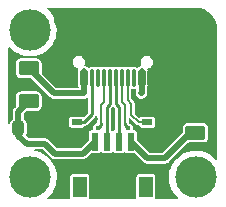
<source format=gtl>
G04 #@! TF.GenerationSoftware,KiCad,Pcbnew,(5.99.0-10960-g5f1e9bc8a7)*
G04 #@! TF.CreationDate,2021-09-24T19:17:02+02:00*
G04 #@! TF.ProjectId,Unified-Daughterboard,556e6966-6965-4642-9d44-617567687465,C3*
G04 #@! TF.SameCoordinates,Original*
G04 #@! TF.FileFunction,Copper,L1,Top*
G04 #@! TF.FilePolarity,Positive*
%FSLAX46Y46*%
G04 Gerber Fmt 4.6, Leading zero omitted, Abs format (unit mm)*
G04 Created by KiCad (PCBNEW (5.99.0-10960-g5f1e9bc8a7)) date 2021-09-24 19:17:02*
%MOMM*%
%LPD*%
G01*
G04 APERTURE LIST*
G04 Aperture macros list*
%AMRoundRect*
0 Rectangle with rounded corners*
0 $1 Rounding radius*
0 $2 $3 $4 $5 $6 $7 $8 $9 X,Y pos of 4 corners*
0 Add a 4 corners polygon primitive as box body*
4,1,4,$2,$3,$4,$5,$6,$7,$8,$9,$2,$3,0*
0 Add four circle primitives for the rounded corners*
1,1,$1+$1,$2,$3*
1,1,$1+$1,$4,$5*
1,1,$1+$1,$6,$7*
1,1,$1+$1,$8,$9*
0 Add four rect primitives between the rounded corners*
20,1,$1+$1,$2,$3,$4,$5,0*
20,1,$1+$1,$4,$5,$6,$7,0*
20,1,$1+$1,$6,$7,$8,$9,0*
20,1,$1+$1,$8,$9,$2,$3,0*%
G04 Aperture macros list end*
G04 #@! TA.AperFunction,ComponentPad*
%ADD10C,3.500001*%
G04 #@! TD*
G04 #@! TA.AperFunction,WasherPad*
%ADD11C,3.500001*%
G04 #@! TD*
G04 #@! TA.AperFunction,SMDPad,CuDef*
%ADD12RoundRect,0.150000X0.150000X0.575000X-0.150000X0.575000X-0.150000X-0.575000X0.150000X-0.575000X0*%
G04 #@! TD*
G04 #@! TA.AperFunction,SMDPad,CuDef*
%ADD13RoundRect,0.075000X0.075000X0.650000X-0.075000X0.650000X-0.075000X-0.650000X0.075000X-0.650000X0*%
G04 #@! TD*
G04 #@! TA.AperFunction,ComponentPad*
%ADD14O,1.100000X2.200000*%
G04 #@! TD*
G04 #@! TA.AperFunction,ComponentPad*
%ADD15O,1.300000X1.900000*%
G04 #@! TD*
G04 #@! TA.AperFunction,SMDPad,CuDef*
%ADD16R,1.200000X1.800000*%
G04 #@! TD*
G04 #@! TA.AperFunction,SMDPad,CuDef*
%ADD17R,0.600000X1.550000*%
G04 #@! TD*
G04 #@! TA.AperFunction,SMDPad,CuDef*
%ADD18RoundRect,0.250000X0.250000X0.350000X-0.250000X0.350000X-0.250000X-0.350000X0.250000X-0.350000X0*%
G04 #@! TD*
G04 #@! TA.AperFunction,SMDPad,CuDef*
%ADD19RoundRect,0.250000X-0.625000X0.375000X-0.625000X-0.375000X0.625000X-0.375000X0.625000X0.375000X0*%
G04 #@! TD*
G04 #@! TA.AperFunction,SMDPad,CuDef*
%ADD20RoundRect,0.125000X0.000000X-0.150000X0.000000X-0.150000X0.000000X0.150000X0.000000X0.150000X0*%
G04 #@! TD*
G04 #@! TA.AperFunction,SMDPad,CuDef*
%ADD21R,0.250000X0.550000*%
G04 #@! TD*
G04 #@! TA.AperFunction,SMDPad,CuDef*
%ADD22R,0.300000X0.550000*%
G04 #@! TD*
G04 #@! TA.AperFunction,SMDPad,CuDef*
%ADD23R,0.900000X0.500000*%
G04 #@! TD*
G04 #@! TA.AperFunction,SMDPad,CuDef*
%ADD24RoundRect,0.250000X0.625000X-0.375000X0.625000X0.375000X-0.625000X0.375000X-0.625000X-0.375000X0*%
G04 #@! TD*
G04 #@! TA.AperFunction,ViaPad*
%ADD25C,0.450000*%
G04 #@! TD*
G04 #@! TA.AperFunction,ViaPad*
%ADD26C,0.508000*%
G04 #@! TD*
G04 #@! TA.AperFunction,Conductor*
%ADD27C,0.508000*%
G04 #@! TD*
G04 #@! TA.AperFunction,Conductor*
%ADD28C,0.152400*%
G04 #@! TD*
G04 #@! TA.AperFunction,Conductor*
%ADD29C,0.254000*%
G04 #@! TD*
G04 APERTURE END LIST*
D10*
X82004500Y-58543000D03*
D11*
X68004500Y-58543000D03*
D12*
X78252500Y-62618000D03*
X77452500Y-62618000D03*
D13*
X76252500Y-62618000D03*
X75256500Y-62618000D03*
X74752500Y-62618000D03*
X73752500Y-62618000D03*
D12*
X71752500Y-62618000D03*
X72552500Y-62618000D03*
D13*
X73252500Y-62618000D03*
X74252500Y-62618000D03*
X75752500Y-62618000D03*
X76752500Y-62618000D03*
D14*
X79302500Y-61843000D03*
D15*
X70702500Y-57643000D03*
X79302500Y-57643000D03*
D14*
X70702500Y-61843000D03*
D16*
X77804500Y-71893000D03*
X72204500Y-71893000D03*
D17*
X73504500Y-68018000D03*
X74504500Y-68018000D03*
X75504500Y-68018000D03*
X76504500Y-68018000D03*
D18*
X70302500Y-66890000D03*
X67002500Y-66890000D03*
D11*
X82004500Y-71043000D03*
X68004500Y-71043000D03*
D19*
X67890500Y-61807000D03*
X67890500Y-64607000D03*
D20*
X74002500Y-66411400D03*
D21*
X74502500Y-66411400D03*
D22*
X75002500Y-66411400D03*
D21*
X75502500Y-66411400D03*
X76002500Y-66411400D03*
X76002500Y-65641400D03*
X75502500Y-65641400D03*
D22*
X75002500Y-65641400D03*
D21*
X74502500Y-65641400D03*
X74002500Y-65641400D03*
D23*
X71954500Y-66379000D03*
X71954500Y-67879000D03*
X77923500Y-66379000D03*
X77923500Y-67879000D03*
D24*
X81987500Y-67274000D03*
X81987500Y-64474000D03*
D25*
X75002500Y-66026400D03*
D26*
X75502500Y-68016000D03*
D25*
X73732500Y-66890000D03*
D26*
X74504500Y-68018000D03*
D25*
X76272500Y-66890000D03*
D26*
X77402500Y-63943000D03*
X72552500Y-63943000D03*
D27*
X70064500Y-69049000D02*
X72473500Y-69049000D01*
X67707000Y-68215500D02*
X69231000Y-68215500D01*
X79415500Y-69430000D02*
X81647700Y-67197800D01*
X81647700Y-67197800D02*
X81987500Y-67197800D01*
X76504500Y-68018000D02*
X77916500Y-69430000D01*
X77916500Y-69430000D02*
X79415500Y-69430000D01*
X73504500Y-67814000D02*
X73504500Y-68018000D01*
X67002500Y-66890000D02*
X67002500Y-67511000D01*
X67002500Y-65495000D02*
X67890500Y-64607000D01*
X73504500Y-68018000D02*
X73504500Y-68018000D01*
X67002500Y-66890000D02*
X67002500Y-65495000D01*
X69231000Y-68215500D02*
X70064500Y-69049000D01*
X72473500Y-69049000D02*
X73504500Y-68018000D01*
X67002500Y-67511000D02*
X67707000Y-68215500D01*
X67129500Y-65368000D02*
X67890500Y-64607000D01*
D28*
X77923500Y-66379000D02*
X77213500Y-66379000D01*
X77213500Y-66379000D02*
X76577500Y-65743000D01*
X76577500Y-64818000D02*
X76252500Y-64493000D01*
X76252500Y-64493000D02*
X76252500Y-62068000D01*
X76577500Y-65743000D02*
X76577500Y-64818000D01*
D29*
X75256020Y-64842348D02*
X75256020Y-62068480D01*
X74002500Y-66620000D02*
X73732500Y-66890000D01*
X74002500Y-66411400D02*
X74002500Y-66620000D01*
X75504500Y-68018000D02*
X75504500Y-68018000D01*
D28*
X74252500Y-64667190D02*
X74252500Y-62068000D01*
D29*
X75502500Y-65088828D02*
X75256020Y-64842348D01*
D28*
X75502500Y-66411400D02*
X75502500Y-65088828D01*
D29*
X75502500Y-66890000D02*
X75502500Y-65641400D01*
X75256020Y-62068480D02*
X75256500Y-62068000D01*
D28*
X74002500Y-66411400D02*
X74002500Y-64917190D01*
D29*
X75502500Y-66890000D02*
X75502500Y-68016000D01*
D28*
X74002500Y-64917190D02*
X74252500Y-64667190D01*
D29*
X75502500Y-68016000D02*
X75504500Y-68018000D01*
X75502500Y-66890000D02*
X75502500Y-65088828D01*
X75502500Y-66890000D02*
X75502500Y-66411400D01*
X73252500Y-65704000D02*
X72577500Y-66379000D01*
X73252500Y-62593000D02*
X73252500Y-65704000D01*
X72577500Y-66379000D02*
X71954500Y-66379000D01*
X74502500Y-65088828D02*
X74502500Y-65057432D01*
D28*
X76002500Y-64948583D02*
X75752500Y-64698583D01*
D29*
X74504500Y-68018000D02*
X74504500Y-66892000D01*
D28*
X75752500Y-64698583D02*
X75752500Y-62068000D01*
D29*
X74504500Y-66892000D02*
X74502500Y-66890000D01*
X74502500Y-65057432D02*
X74752500Y-64807432D01*
D28*
X74502500Y-66411400D02*
X74502500Y-65088828D01*
D29*
X76002500Y-66620000D02*
X76272500Y-66890000D01*
D28*
X76002500Y-66411400D02*
X76002500Y-64948583D01*
D29*
X74502500Y-66890000D02*
X74502500Y-66411400D01*
X74752500Y-64807432D02*
X74752500Y-62068000D01*
X76002500Y-66411400D02*
X76002500Y-66620000D01*
X74502500Y-66890000D02*
X74502500Y-65088828D01*
D27*
X77452500Y-63893000D02*
X77402500Y-63943000D01*
X72552500Y-62068000D02*
X72552500Y-63943000D01*
X70026500Y-63943000D02*
X67890500Y-61807000D01*
X72552500Y-63943000D02*
X70026500Y-63943000D01*
X77452500Y-62068000D02*
X77452500Y-63893000D01*
G04 #@! TA.AperFunction,Conductor*
G36*
X81977046Y-56698329D02*
G01*
X81982976Y-56700034D01*
X81987899Y-56700124D01*
X81987901Y-56700124D01*
X82089488Y-56701974D01*
X82093484Y-56702154D01*
X82163863Y-56707188D01*
X82169200Y-56707761D01*
X82280822Y-56723810D01*
X82363537Y-56735702D01*
X82368806Y-56736654D01*
X82382111Y-56739548D01*
X82423498Y-56748552D01*
X82428698Y-56749879D01*
X82617070Y-56805189D01*
X82622164Y-56806884D01*
X82674614Y-56826447D01*
X82679573Y-56828502D01*
X82858167Y-56910063D01*
X82862968Y-56912466D01*
X82912063Y-56939274D01*
X82916679Y-56942013D01*
X83081853Y-57048163D01*
X83086263Y-57051225D01*
X83131077Y-57084773D01*
X83135256Y-57088140D01*
X83283626Y-57216702D01*
X83287555Y-57220361D01*
X83327148Y-57259954D01*
X83330806Y-57263883D01*
X83459354Y-57412236D01*
X83462722Y-57416415D01*
X83496277Y-57461238D01*
X83499339Y-57465648D01*
X83605475Y-57630800D01*
X83608214Y-57635416D01*
X83635037Y-57684538D01*
X83637440Y-57689339D01*
X83718998Y-57867928D01*
X83721053Y-57872887D01*
X83740613Y-57925329D01*
X83742308Y-57930423D01*
X83797622Y-58118804D01*
X83798949Y-58124004D01*
X83810848Y-58178704D01*
X83811799Y-58183969D01*
X83839739Y-58378300D01*
X83840312Y-58383637D01*
X83845346Y-58454016D01*
X83845526Y-58458012D01*
X83847362Y-58558792D01*
X83847466Y-58564525D01*
X83849171Y-58570453D01*
X83852100Y-58591236D01*
X83852100Y-69524031D01*
X83834507Y-69572369D01*
X83789958Y-69598089D01*
X83739300Y-69589156D01*
X83720840Y-69574154D01*
X83589852Y-69427652D01*
X83589851Y-69427651D01*
X83588188Y-69425791D01*
X83579053Y-69417961D01*
X83362285Y-69232169D01*
X83362283Y-69232168D01*
X83360390Y-69230545D01*
X83358299Y-69229187D01*
X83110859Y-69068497D01*
X83110852Y-69068493D01*
X83108770Y-69067141D01*
X83009355Y-69019935D01*
X82839998Y-68939518D01*
X82839993Y-68939516D01*
X82837750Y-68938451D01*
X82835384Y-68937691D01*
X82835378Y-68937689D01*
X82554474Y-68847501D01*
X82554468Y-68847500D01*
X82552090Y-68846736D01*
X82549628Y-68846293D01*
X82549624Y-68846292D01*
X82259275Y-68794049D01*
X82259267Y-68794048D01*
X82256810Y-68793606D01*
X81957097Y-68779996D01*
X81732702Y-68799628D01*
X81660707Y-68805927D01*
X81660705Y-68805927D01*
X81658217Y-68806145D01*
X81365420Y-68871593D01*
X81216663Y-68926325D01*
X81086186Y-68974331D01*
X81086183Y-68974332D01*
X81083852Y-68975190D01*
X81081658Y-68976347D01*
X81081653Y-68976349D01*
X81039409Y-68998622D01*
X80818458Y-69115116D01*
X80573902Y-69288913D01*
X80393598Y-69457050D01*
X80360208Y-69488187D01*
X80354480Y-69493528D01*
X80352898Y-69495454D01*
X80352897Y-69495455D01*
X80170672Y-69717299D01*
X80164046Y-69725365D01*
X80005948Y-69980351D01*
X79882962Y-70254007D01*
X79797249Y-70541525D01*
X79750316Y-70837853D01*
X79750255Y-70840338D01*
X79750255Y-70840341D01*
X79745384Y-71039643D01*
X79742985Y-71137786D01*
X79775388Y-71436053D01*
X79846953Y-71727414D01*
X79847864Y-71729738D01*
X79847866Y-71729745D01*
X79851901Y-71740040D01*
X79956424Y-72006751D01*
X80101877Y-72269157D01*
X80280758Y-72510019D01*
X80489923Y-72725108D01*
X80491889Y-72726655D01*
X80491890Y-72726656D01*
X80529566Y-72756304D01*
X80556673Y-72800022D01*
X80549336Y-72850936D01*
X80510989Y-72885222D01*
X80483062Y-72890600D01*
X78682218Y-72890600D01*
X78633880Y-72873007D01*
X78608160Y-72828458D01*
X78608462Y-72800733D01*
X78609279Y-72796625D01*
X78609279Y-72796624D01*
X78610000Y-72793000D01*
X78610000Y-70993000D01*
X78594357Y-70914359D01*
X78549810Y-70847690D01*
X78543653Y-70843576D01*
X78489300Y-70807258D01*
X78489299Y-70807257D01*
X78483141Y-70803143D01*
X78404500Y-70787500D01*
X77204500Y-70787500D01*
X77125859Y-70803143D01*
X77119701Y-70807257D01*
X77119700Y-70807258D01*
X77065347Y-70843576D01*
X77059190Y-70847690D01*
X77014643Y-70914359D01*
X76999000Y-70993000D01*
X76999000Y-72793000D01*
X76999721Y-72796624D01*
X76999721Y-72796625D01*
X77000538Y-72800733D01*
X76992710Y-72851574D01*
X76954034Y-72885488D01*
X76926782Y-72890600D01*
X73082218Y-72890600D01*
X73033880Y-72873007D01*
X73008160Y-72828458D01*
X73008462Y-72800733D01*
X73009279Y-72796625D01*
X73009279Y-72796624D01*
X73010000Y-72793000D01*
X73010000Y-70993000D01*
X72994357Y-70914359D01*
X72949810Y-70847690D01*
X72943653Y-70843576D01*
X72889300Y-70807258D01*
X72889299Y-70807257D01*
X72883141Y-70803143D01*
X72804500Y-70787500D01*
X71604500Y-70787500D01*
X71525859Y-70803143D01*
X71519701Y-70807257D01*
X71519700Y-70807258D01*
X71465347Y-70843576D01*
X71459190Y-70847690D01*
X71414643Y-70914359D01*
X71399000Y-70993000D01*
X71399000Y-72793000D01*
X71399721Y-72796624D01*
X71399721Y-72796625D01*
X71400538Y-72800733D01*
X71392710Y-72851574D01*
X71354034Y-72885488D01*
X71326782Y-72890600D01*
X69527167Y-72890600D01*
X69478829Y-72873007D01*
X69453109Y-72828458D01*
X69462042Y-72777800D01*
X69481077Y-72755980D01*
X69505324Y-72737172D01*
X69505329Y-72737167D01*
X69507297Y-72735641D01*
X69717958Y-72522018D01*
X69898516Y-72282409D01*
X69905984Y-72269157D01*
X70044574Y-72023199D01*
X70044576Y-72023194D01*
X70045798Y-72021026D01*
X70157216Y-71742460D01*
X70230814Y-71451605D01*
X70265298Y-71153571D01*
X70268000Y-71043000D01*
X70248116Y-70743638D01*
X70188815Y-70449535D01*
X70091137Y-70165858D01*
X69956800Y-69897593D01*
X69788162Y-69649450D01*
X69654861Y-69500361D01*
X69649756Y-69494651D01*
X69641278Y-69473454D01*
X69633482Y-69471832D01*
X69616994Y-69458009D01*
X69616543Y-69457504D01*
X69606661Y-69446452D01*
X69598174Y-69425234D01*
X69591069Y-69424612D01*
X69573912Y-69413555D01*
X69362285Y-69232169D01*
X69362283Y-69232168D01*
X69360390Y-69230545D01*
X69358299Y-69229187D01*
X69110859Y-69068497D01*
X69110852Y-69068493D01*
X69108770Y-69067141D01*
X69009355Y-69019935D01*
X68839998Y-68939518D01*
X68839993Y-68939516D01*
X68837750Y-68938451D01*
X68835384Y-68937691D01*
X68835378Y-68937689D01*
X68554474Y-68847501D01*
X68554468Y-68847500D01*
X68552090Y-68846736D01*
X68549628Y-68846293D01*
X68549624Y-68846292D01*
X68399115Y-68819211D01*
X68354657Y-68793336D01*
X68337232Y-68744937D01*
X68354995Y-68696661D01*
X68399632Y-68671097D01*
X68412432Y-68670000D01*
X69011592Y-68670000D01*
X69059930Y-68687593D01*
X69064766Y-68692026D01*
X69676024Y-69303284D01*
X69687806Y-69328549D01*
X69698257Y-69330055D01*
X69715895Y-69343155D01*
X69721670Y-69348930D01*
X69727553Y-69355549D01*
X69732111Y-69361331D01*
X69737508Y-69377700D01*
X69741352Y-69378254D01*
X69749733Y-69384276D01*
X69749951Y-69383961D01*
X69799345Y-69418100D01*
X69801201Y-69419426D01*
X69849487Y-69455091D01*
X69854602Y-69456887D01*
X69854870Y-69457050D01*
X69855188Y-69457206D01*
X69857264Y-69458264D01*
X69857594Y-69458439D01*
X69857890Y-69458563D01*
X69862348Y-69461644D01*
X69919585Y-69479746D01*
X69921800Y-69480486D01*
X69978398Y-69500361D01*
X69983815Y-69500574D01*
X69984815Y-69500827D01*
X69988533Y-69501551D01*
X69992618Y-69502843D01*
X69997926Y-69503261D01*
X69999488Y-69503384D01*
X69999496Y-69503384D01*
X70000966Y-69503500D01*
X70056816Y-69503500D01*
X70059768Y-69503558D01*
X70114923Y-69505725D01*
X70120354Y-69504285D01*
X70123354Y-69503954D01*
X70131604Y-69503500D01*
X72443169Y-69503500D01*
X72452008Y-69504021D01*
X72487933Y-69508273D01*
X72493463Y-69507263D01*
X72493465Y-69507263D01*
X72517864Y-69502807D01*
X72546964Y-69497492D01*
X72549255Y-69497111D01*
X72586155Y-69491563D01*
X72603052Y-69489023D01*
X72603053Y-69489023D01*
X72608612Y-69488187D01*
X72613499Y-69485840D01*
X72613796Y-69485768D01*
X72614119Y-69485657D01*
X72616363Y-69484928D01*
X72616713Y-69484820D01*
X72617006Y-69484700D01*
X72622340Y-69483726D01*
X72675570Y-69456075D01*
X72677683Y-69455020D01*
X72726708Y-69431478D01*
X72731777Y-69429044D01*
X72735755Y-69425366D01*
X72736627Y-69424846D01*
X72739782Y-69422721D01*
X72743587Y-69420744D01*
X72746843Y-69417963D01*
X72746846Y-69417961D01*
X72748848Y-69416251D01*
X72748855Y-69416245D01*
X72749955Y-69415305D01*
X72789429Y-69375831D01*
X72791557Y-69373784D01*
X72792770Y-69372663D01*
X72832108Y-69336299D01*
X72834935Y-69331432D01*
X72836813Y-69329088D01*
X72842329Y-69322931D01*
X73145325Y-69019935D01*
X73191945Y-68998195D01*
X73203278Y-68998257D01*
X73204500Y-68998500D01*
X73804500Y-68998500D01*
X73883141Y-68982857D01*
X73894152Y-68975500D01*
X73943653Y-68942424D01*
X73949810Y-68938310D01*
X73952578Y-68934167D01*
X73997946Y-68913011D01*
X74047633Y-68926325D01*
X74055712Y-68933104D01*
X74059190Y-68938310D01*
X74065347Y-68942424D01*
X74114849Y-68975500D01*
X74125859Y-68982857D01*
X74204500Y-68998500D01*
X74804500Y-68998500D01*
X74883141Y-68982857D01*
X74894152Y-68975500D01*
X74943653Y-68942424D01*
X74949810Y-68938310D01*
X74952578Y-68934167D01*
X74997946Y-68913011D01*
X75047633Y-68926325D01*
X75055712Y-68933104D01*
X75059190Y-68938310D01*
X75065347Y-68942424D01*
X75114849Y-68975500D01*
X75125859Y-68982857D01*
X75204500Y-68998500D01*
X75804500Y-68998500D01*
X75883141Y-68982857D01*
X75894152Y-68975500D01*
X75943653Y-68942424D01*
X75949810Y-68938310D01*
X75952578Y-68934167D01*
X75997946Y-68913011D01*
X76047633Y-68926325D01*
X76055712Y-68933104D01*
X76059190Y-68938310D01*
X76065347Y-68942424D01*
X76114849Y-68975500D01*
X76125859Y-68982857D01*
X76204500Y-68998500D01*
X76804500Y-68998500D01*
X76804500Y-68998622D01*
X76852960Y-69011042D01*
X76863675Y-69019935D01*
X77573670Y-69729930D01*
X77579552Y-69736548D01*
X77601951Y-69764961D01*
X77651345Y-69799100D01*
X77653201Y-69800426D01*
X77701487Y-69836091D01*
X77706602Y-69837887D01*
X77706870Y-69838050D01*
X77707188Y-69838206D01*
X77709264Y-69839264D01*
X77709594Y-69839439D01*
X77709890Y-69839563D01*
X77714348Y-69842644D01*
X77771585Y-69860746D01*
X77773800Y-69861486D01*
X77830398Y-69881361D01*
X77835815Y-69881574D01*
X77836815Y-69881827D01*
X77840533Y-69882551D01*
X77844618Y-69883843D01*
X77849926Y-69884261D01*
X77851488Y-69884384D01*
X77851496Y-69884384D01*
X77852966Y-69884500D01*
X77908800Y-69884500D01*
X77911753Y-69884558D01*
X77966923Y-69886726D01*
X77972358Y-69885285D01*
X77975355Y-69884954D01*
X77983607Y-69884500D01*
X79385169Y-69884500D01*
X79394008Y-69885021D01*
X79429933Y-69889273D01*
X79435463Y-69888263D01*
X79435465Y-69888263D01*
X79459864Y-69883807D01*
X79488964Y-69878492D01*
X79491255Y-69878111D01*
X79528155Y-69872563D01*
X79545052Y-69870023D01*
X79545053Y-69870023D01*
X79550612Y-69869187D01*
X79555499Y-69866840D01*
X79555796Y-69866768D01*
X79556119Y-69866657D01*
X79558363Y-69865928D01*
X79558713Y-69865820D01*
X79559006Y-69865700D01*
X79564340Y-69864726D01*
X79617570Y-69837075D01*
X79619683Y-69836020D01*
X79668708Y-69812478D01*
X79673777Y-69810044D01*
X79677755Y-69806366D01*
X79678627Y-69805846D01*
X79681782Y-69803721D01*
X79685587Y-69801744D01*
X79688843Y-69798963D01*
X79688846Y-69798961D01*
X79690848Y-69797251D01*
X79690855Y-69797245D01*
X79691955Y-69796305D01*
X79731429Y-69756831D01*
X79733557Y-69754784D01*
X79745729Y-69743532D01*
X79774108Y-69717299D01*
X79776935Y-69712432D01*
X79778813Y-69710088D01*
X79784329Y-69703931D01*
X81366734Y-68121526D01*
X81413354Y-68099786D01*
X81419908Y-68099500D01*
X82645758Y-68099500D01*
X82648535Y-68099083D01*
X82648542Y-68099082D01*
X82696836Y-68091821D01*
X82746435Y-68084364D01*
X82816044Y-68050938D01*
X82863463Y-68028168D01*
X82863465Y-68028167D01*
X82868529Y-68025735D01*
X82967986Y-67933798D01*
X83036013Y-67816681D01*
X83039218Y-67802856D01*
X83062032Y-67704428D01*
X83063000Y-67700252D01*
X83063000Y-66865742D01*
X83062583Y-66862965D01*
X83062582Y-66862958D01*
X83049872Y-66778424D01*
X83047864Y-66765065D01*
X82997587Y-66660364D01*
X82991668Y-66648037D01*
X82991667Y-66648035D01*
X82989235Y-66642971D01*
X82897298Y-66543514D01*
X82780181Y-66475487D01*
X82774708Y-66474218D01*
X82774707Y-66474218D01*
X82688296Y-66454189D01*
X82663752Y-66448500D01*
X81329242Y-66448500D01*
X81326465Y-66448917D01*
X81326458Y-66448918D01*
X81278164Y-66456179D01*
X81228565Y-66463636D01*
X81187705Y-66483257D01*
X81111537Y-66519832D01*
X81111535Y-66519833D01*
X81106471Y-66522265D01*
X81007014Y-66614202D01*
X80938987Y-66731319D01*
X80937718Y-66736792D01*
X80937718Y-66736793D01*
X80919650Y-66814742D01*
X80912000Y-66847748D01*
X80912000Y-67259592D01*
X80894407Y-67307930D01*
X80889974Y-67312766D01*
X79249266Y-68953474D01*
X79202646Y-68975214D01*
X79196092Y-68975500D01*
X78135908Y-68975500D01*
X78087570Y-68957907D01*
X78082734Y-68953474D01*
X77032026Y-67902766D01*
X77010286Y-67856146D01*
X77010000Y-67849592D01*
X77010000Y-67243000D01*
X76994357Y-67164359D01*
X76949810Y-67097690D01*
X76943653Y-67093576D01*
X76889300Y-67057258D01*
X76889299Y-67057257D01*
X76883141Y-67053143D01*
X76804500Y-67037500D01*
X76767686Y-67037500D01*
X76719348Y-67019907D01*
X76693628Y-66975358D01*
X76693412Y-66950536D01*
X76702074Y-66895847D01*
X76703000Y-66890000D01*
X76699604Y-66868555D01*
X76683702Y-66768156D01*
X76681930Y-66756968D01*
X76631367Y-66657732D01*
X76623471Y-66642235D01*
X76623470Y-66642234D01*
X76620782Y-66636958D01*
X76525542Y-66541718D01*
X76507204Y-66532374D01*
X76462418Y-66509555D01*
X76405532Y-66480570D01*
X76399688Y-66479644D01*
X76399687Y-66479644D01*
X76397678Y-66479326D01*
X76396433Y-66479129D01*
X76394072Y-66477820D01*
X76394059Y-66477816D01*
X76394060Y-66477813D01*
X76351444Y-66454189D01*
X76333000Y-66404855D01*
X76333000Y-66136400D01*
X76320134Y-66071720D01*
X76327959Y-66020880D01*
X76366633Y-65986963D01*
X76418061Y-65985841D01*
X76447063Y-66003876D01*
X76981516Y-66538329D01*
X76985233Y-66542635D01*
X76987346Y-66546957D01*
X76992434Y-66551677D01*
X76992435Y-66551678D01*
X77024980Y-66581867D01*
X77027012Y-66583825D01*
X77036827Y-66593640D01*
X77039534Y-66595497D01*
X77042153Y-66597797D01*
X77048188Y-66603395D01*
X77062973Y-66617110D01*
X77074486Y-66621704D01*
X77089153Y-66629535D01*
X77099372Y-66636545D01*
X77121421Y-66641777D01*
X77124394Y-66642483D01*
X77134896Y-66645805D01*
X77153852Y-66653368D01*
X77153857Y-66653369D01*
X77158784Y-66655335D01*
X77162507Y-66655700D01*
X77171284Y-66655700D01*
X77188647Y-66657732D01*
X77192984Y-66658761D01*
X77199739Y-66660364D01*
X77206618Y-66659428D01*
X77213553Y-66659767D01*
X77213463Y-66661602D01*
X77254938Y-66670603D01*
X77282867Y-66703738D01*
X77283643Y-66707641D01*
X77328190Y-66774310D01*
X77394859Y-66818857D01*
X77473500Y-66834500D01*
X78373500Y-66834500D01*
X78452141Y-66818857D01*
X78518810Y-66774310D01*
X78563357Y-66707641D01*
X78569537Y-66676574D01*
X78578279Y-66632625D01*
X78578279Y-66632624D01*
X78579000Y-66629000D01*
X78579000Y-66129000D01*
X78563357Y-66050359D01*
X78547801Y-66027077D01*
X78522924Y-65989847D01*
X78518810Y-65983690D01*
X78494739Y-65967606D01*
X78458300Y-65943258D01*
X78458299Y-65943257D01*
X78452141Y-65939143D01*
X78417358Y-65932224D01*
X78377125Y-65924221D01*
X78377124Y-65924221D01*
X78373500Y-65923500D01*
X77473500Y-65923500D01*
X77469876Y-65924221D01*
X77469875Y-65924221D01*
X77429642Y-65932224D01*
X77394859Y-65939143D01*
X77388701Y-65943257D01*
X77388700Y-65943258D01*
X77352261Y-65967606D01*
X77328190Y-65983690D01*
X77324076Y-65989847D01*
X77323042Y-65990881D01*
X77276422Y-66012621D01*
X77226735Y-65999307D01*
X77216694Y-65990881D01*
X76876226Y-65650413D01*
X76854486Y-65603793D01*
X76854200Y-65597239D01*
X76854200Y-64869368D01*
X76854616Y-64863701D01*
X76856178Y-64859151D01*
X76854253Y-64807876D01*
X76854200Y-64805056D01*
X76854200Y-64791153D01*
X76853599Y-64787927D01*
X76853373Y-64784444D01*
X76852569Y-64763009D01*
X76852568Y-64763007D01*
X76852308Y-64756069D01*
X76847418Y-64744686D01*
X76842582Y-64728771D01*
X76841584Y-64723414D01*
X76840313Y-64716589D01*
X76826817Y-64694693D01*
X76821740Y-64684920D01*
X76813684Y-64666169D01*
X76813683Y-64666168D01*
X76811588Y-64661291D01*
X76809214Y-64658401D01*
X76803009Y-64652196D01*
X76792167Y-64638480D01*
X76789830Y-64634689D01*
X76789829Y-64634688D01*
X76786185Y-64628776D01*
X76762707Y-64610923D01*
X76755051Y-64604238D01*
X76551226Y-64400413D01*
X76529486Y-64353793D01*
X76529200Y-64347239D01*
X76529200Y-63610633D01*
X76546793Y-63562295D01*
X76591342Y-63536575D01*
X76619070Y-63536878D01*
X76648736Y-63542779D01*
X76648741Y-63542779D01*
X76652363Y-63543500D01*
X76852637Y-63543500D01*
X76885928Y-63536878D01*
X76908129Y-63532462D01*
X76958970Y-63540287D01*
X76992887Y-63578962D01*
X76998000Y-63606217D01*
X76998000Y-63708693D01*
X76990895Y-63739345D01*
X76989856Y-63740848D01*
X76988161Y-63746206D01*
X76988161Y-63746207D01*
X76971758Y-63798073D01*
X76971014Y-63800300D01*
X76951139Y-63856898D01*
X76950926Y-63862314D01*
X76950849Y-63862618D01*
X76950792Y-63862980D01*
X76950388Y-63865289D01*
X76950323Y-63865630D01*
X76950292Y-63865949D01*
X76948657Y-63871118D01*
X76948613Y-63876738D01*
X76948186Y-63931128D01*
X76948130Y-63933491D01*
X76945775Y-63993423D01*
X76947164Y-63998662D01*
X76947180Y-63998973D01*
X76947230Y-63999326D01*
X76947526Y-64001672D01*
X76947564Y-64002020D01*
X76947626Y-64002327D01*
X76947584Y-64007744D01*
X76964785Y-64065262D01*
X76965416Y-64067500D01*
X76979351Y-64120057D01*
X76979353Y-64120061D01*
X76980792Y-64125489D01*
X76983658Y-64130084D01*
X76983765Y-64130378D01*
X76983925Y-64130718D01*
X76984894Y-64132866D01*
X76985028Y-64133175D01*
X76985179Y-64133452D01*
X76986732Y-64138646D01*
X77017728Y-64185035D01*
X77020068Y-64188537D01*
X77021349Y-64190522D01*
X77049606Y-64235830D01*
X77053093Y-64241422D01*
X77057189Y-64244977D01*
X77057373Y-64245219D01*
X77057593Y-64245461D01*
X77059146Y-64247223D01*
X77059401Y-64247522D01*
X77059633Y-64247749D01*
X77062640Y-64252249D01*
X77066996Y-64255795D01*
X77109159Y-64290122D01*
X77110949Y-64291626D01*
X77156288Y-64330969D01*
X77161244Y-64333160D01*
X77161496Y-64333342D01*
X77161813Y-64333529D01*
X77163841Y-64334772D01*
X77164122Y-64334951D01*
X77164393Y-64335090D01*
X77168595Y-64338511D01*
X77173799Y-64340619D01*
X77173801Y-64340620D01*
X77224220Y-64361041D01*
X77226396Y-64361963D01*
X77276108Y-64383941D01*
X77276110Y-64383941D01*
X77281250Y-64386214D01*
X77286633Y-64386851D01*
X77286926Y-64386950D01*
X77287271Y-64387033D01*
X77289575Y-64387625D01*
X77289901Y-64387714D01*
X77290208Y-64387769D01*
X77295232Y-64389804D01*
X77339187Y-64393611D01*
X77355016Y-64394982D01*
X77357364Y-64395223D01*
X77416933Y-64402273D01*
X77422266Y-64401299D01*
X77422577Y-64401308D01*
X77422923Y-64401286D01*
X77425307Y-64401174D01*
X77425637Y-64401164D01*
X77425951Y-64401125D01*
X77431352Y-64401593D01*
X77450364Y-64397500D01*
X77490041Y-64388958D01*
X77492358Y-64388498D01*
X77545807Y-64378737D01*
X77545810Y-64378736D01*
X77551340Y-64377726D01*
X77556148Y-64375228D01*
X77556455Y-64375143D01*
X77556812Y-64375008D01*
X77559018Y-64374214D01*
X77559341Y-64374103D01*
X77559621Y-64373978D01*
X77564922Y-64372837D01*
X77569824Y-64370091D01*
X77569831Y-64370089D01*
X77617277Y-64343517D01*
X77619335Y-64342406D01*
X77672587Y-64314744D01*
X77678955Y-64309305D01*
X77678958Y-64309308D01*
X77680124Y-64308320D01*
X77684131Y-64306076D01*
X77697902Y-64291641D01*
X77723868Y-64264421D01*
X77725106Y-64263154D01*
X77752430Y-64235830D01*
X77759048Y-64229948D01*
X77783044Y-64211031D01*
X77787461Y-64207549D01*
X77821600Y-64158155D01*
X77822935Y-64156287D01*
X77832514Y-64143319D01*
X77858591Y-64108013D01*
X77860387Y-64102898D01*
X77860550Y-64102630D01*
X77860706Y-64102312D01*
X77861764Y-64100236D01*
X77861939Y-64099906D01*
X77862063Y-64099610D01*
X77865144Y-64095152D01*
X77883246Y-64037915D01*
X77883990Y-64035687D01*
X77901998Y-63984407D01*
X77903861Y-63979102D01*
X77904074Y-63973685D01*
X77904327Y-63972685D01*
X77905051Y-63968967D01*
X77906343Y-63964882D01*
X77907000Y-63956534D01*
X77907000Y-63900684D01*
X77907058Y-63897732D01*
X77907883Y-63876738D01*
X77909225Y-63842577D01*
X77907785Y-63837146D01*
X77907454Y-63834146D01*
X77907000Y-63825896D01*
X77907000Y-63387389D01*
X77913421Y-63356983D01*
X77935008Y-63308153D01*
X77946831Y-63281409D01*
X77953000Y-63232578D01*
X77953000Y-62012961D01*
X77944189Y-61960024D01*
X77939854Y-61933979D01*
X77939853Y-61933977D01*
X77938833Y-61927847D01*
X77935882Y-61922378D01*
X77933868Y-61916495D01*
X77935082Y-61916080D01*
X77928579Y-61871800D01*
X77955568Y-61828010D01*
X77987677Y-61813325D01*
X77991906Y-61813103D01*
X77996762Y-61811469D01*
X77996766Y-61811468D01*
X78123521Y-61768810D01*
X78123522Y-61768810D01*
X78128379Y-61767175D01*
X78132616Y-61764295D01*
X78132619Y-61764294D01*
X78243233Y-61689120D01*
X78247474Y-61686238D01*
X78264283Y-61666348D01*
X78337104Y-61580176D01*
X78337106Y-61580173D01*
X78340416Y-61576256D01*
X78400358Y-61445331D01*
X78422884Y-61303110D01*
X78423000Y-61292000D01*
X78403458Y-61149338D01*
X78346271Y-61017187D01*
X78255652Y-60905282D01*
X78138279Y-60821869D01*
X78133453Y-60820132D01*
X78133452Y-60820131D01*
X78007619Y-60774829D01*
X78002797Y-60773093D01*
X77859190Y-60762547D01*
X77854162Y-60763561D01*
X77854159Y-60763561D01*
X77723064Y-60789994D01*
X77723063Y-60789994D01*
X77718036Y-60791008D01*
X77589736Y-60856380D01*
X77585961Y-60859851D01*
X77585960Y-60859852D01*
X77487518Y-60950375D01*
X77487516Y-60950378D01*
X77483743Y-60953847D01*
X77481041Y-60958205D01*
X77420861Y-61055265D01*
X77407864Y-61076226D01*
X77406434Y-61081147D01*
X77406433Y-61081150D01*
X77369121Y-61209580D01*
X77367691Y-61214503D01*
X77366183Y-61358489D01*
X77403452Y-61497577D01*
X77406060Y-61501987D01*
X77406062Y-61501991D01*
X77408954Y-61506881D01*
X77418419Y-61557442D01*
X77393168Y-61602258D01*
X77360633Y-61618552D01*
X77357875Y-61619169D01*
X77352263Y-61619566D01*
X77224837Y-61668864D01*
X77220423Y-61672344D01*
X77159304Y-61720526D01*
X77148457Y-61727651D01*
X77085685Y-61761521D01*
X77034791Y-61768991D01*
X77008197Y-61757866D01*
X76941002Y-61712967D01*
X76941001Y-61712966D01*
X76934843Y-61708852D01*
X76852637Y-61692500D01*
X76652363Y-61692500D01*
X76570157Y-61708852D01*
X76548075Y-61723607D01*
X76544280Y-61726143D01*
X76494314Y-61738370D01*
X76460720Y-61726143D01*
X76456925Y-61723607D01*
X76434843Y-61708852D01*
X76352637Y-61692500D01*
X76152363Y-61692500D01*
X76070157Y-61708852D01*
X76048075Y-61723607D01*
X76044280Y-61726143D01*
X75994314Y-61738370D01*
X75960720Y-61726143D01*
X75956925Y-61723607D01*
X75934843Y-61708852D01*
X75852637Y-61692500D01*
X75652363Y-61692500D01*
X75570157Y-61708852D01*
X75552686Y-61720526D01*
X75546279Y-61724807D01*
X75496314Y-61737034D01*
X75462721Y-61724807D01*
X75456314Y-61720526D01*
X75438843Y-61708852D01*
X75356637Y-61692500D01*
X75156363Y-61692500D01*
X75074157Y-61708852D01*
X75046278Y-61727481D01*
X74996314Y-61739707D01*
X74962723Y-61727481D01*
X74934843Y-61708852D01*
X74852637Y-61692500D01*
X74652363Y-61692500D01*
X74570157Y-61708852D01*
X74548075Y-61723607D01*
X74544280Y-61726143D01*
X74494314Y-61738370D01*
X74460720Y-61726143D01*
X74456925Y-61723607D01*
X74434843Y-61708852D01*
X74352637Y-61692500D01*
X74152363Y-61692500D01*
X74070157Y-61708852D01*
X74048075Y-61723607D01*
X74044280Y-61726143D01*
X73994314Y-61738370D01*
X73960720Y-61726143D01*
X73956925Y-61723607D01*
X73934843Y-61708852D01*
X73852637Y-61692500D01*
X73652363Y-61692500D01*
X73570157Y-61708852D01*
X73548075Y-61723607D01*
X73544280Y-61726143D01*
X73494314Y-61738370D01*
X73460720Y-61726143D01*
X73456925Y-61723607D01*
X73434843Y-61708852D01*
X73352637Y-61692500D01*
X73152363Y-61692500D01*
X73070157Y-61708852D01*
X73063999Y-61712966D01*
X73063998Y-61712967D01*
X72996092Y-61758341D01*
X72946126Y-61770568D01*
X72907722Y-61753067D01*
X72907437Y-61753502D01*
X72904630Y-61751658D01*
X72903269Y-61751038D01*
X72902245Y-61750091D01*
X72902242Y-61750089D01*
X72897678Y-61745870D01*
X72880713Y-61738370D01*
X72871068Y-61734106D01*
X72846251Y-61716372D01*
X72843615Y-61713520D01*
X72843614Y-61713519D01*
X72839799Y-61709392D01*
X72721653Y-61640768D01*
X72716182Y-61639500D01*
X72716180Y-61639499D01*
X72638926Y-61621592D01*
X72595810Y-61593537D01*
X72580814Y-61544332D01*
X72587532Y-61517030D01*
X72618224Y-61449992D01*
X72620358Y-61445331D01*
X72642884Y-61303110D01*
X72643000Y-61292000D01*
X72623458Y-61149338D01*
X72566271Y-61017187D01*
X72475652Y-60905282D01*
X72358279Y-60821869D01*
X72353453Y-60820132D01*
X72353452Y-60820131D01*
X72227619Y-60774829D01*
X72222797Y-60773093D01*
X72079190Y-60762547D01*
X72074162Y-60763561D01*
X72074159Y-60763561D01*
X71943064Y-60789994D01*
X71943063Y-60789994D01*
X71938036Y-60791008D01*
X71809736Y-60856380D01*
X71805961Y-60859851D01*
X71805960Y-60859852D01*
X71707518Y-60950375D01*
X71707516Y-60950378D01*
X71703743Y-60953847D01*
X71701041Y-60958205D01*
X71640861Y-61055265D01*
X71627864Y-61076226D01*
X71626434Y-61081147D01*
X71626433Y-61081150D01*
X71589121Y-61209580D01*
X71587691Y-61214503D01*
X71586183Y-61358489D01*
X71623452Y-61497577D01*
X71696751Y-61621519D01*
X71700451Y-61625067D01*
X71786314Y-61707407D01*
X71800680Y-61721184D01*
X71927583Y-61789228D01*
X71932583Y-61790346D01*
X71932584Y-61790346D01*
X72023531Y-61810675D01*
X72066867Y-61838389D01*
X72082250Y-61887475D01*
X72075906Y-61914470D01*
X72058169Y-61954591D01*
X72052000Y-62003422D01*
X72052000Y-63223039D01*
X72053588Y-63232578D01*
X72061716Y-63281409D01*
X72066167Y-63308153D01*
X72069118Y-63313622D01*
X72088981Y-63350435D01*
X72098000Y-63386144D01*
X72098000Y-63413300D01*
X72080407Y-63461638D01*
X72035858Y-63487358D01*
X72022800Y-63488500D01*
X70245908Y-63488500D01*
X70197570Y-63470907D01*
X70192734Y-63466474D01*
X68988026Y-62261766D01*
X68966286Y-62215146D01*
X68966000Y-62208592D01*
X68966000Y-61398742D01*
X68965583Y-61395965D01*
X68965582Y-61395958D01*
X68958321Y-61347664D01*
X68950864Y-61298065D01*
X68892235Y-61175971D01*
X68800298Y-61076514D01*
X68683181Y-61008487D01*
X68677708Y-61007218D01*
X68677707Y-61007218D01*
X68570928Y-60982468D01*
X68566752Y-60981500D01*
X67232242Y-60981500D01*
X67229465Y-60981917D01*
X67229458Y-60981918D01*
X67181164Y-60989179D01*
X67131565Y-60996636D01*
X67101005Y-61011311D01*
X67014537Y-61052832D01*
X67014535Y-61052833D01*
X67009471Y-61055265D01*
X66910014Y-61147202D01*
X66841987Y-61264319D01*
X66815000Y-61380748D01*
X66815000Y-62215258D01*
X66815417Y-62218035D01*
X66815418Y-62218042D01*
X66817705Y-62233252D01*
X66830136Y-62315935D01*
X66888765Y-62438029D01*
X66980702Y-62537486D01*
X67097819Y-62605513D01*
X67103292Y-62606782D01*
X67103293Y-62606782D01*
X67188183Y-62626458D01*
X67214248Y-62632500D01*
X68042092Y-62632500D01*
X68090430Y-62650093D01*
X68095266Y-62654526D01*
X69683670Y-64242930D01*
X69689552Y-64249548D01*
X69711951Y-64277961D01*
X69716578Y-64281159D01*
X69716579Y-64281160D01*
X69729546Y-64290122D01*
X69761148Y-64311963D01*
X69761285Y-64312058D01*
X69763195Y-64313422D01*
X69776672Y-64323377D01*
X69802070Y-64342136D01*
X69811486Y-64349091D01*
X69816598Y-64350886D01*
X69816855Y-64351042D01*
X69817166Y-64351194D01*
X69819281Y-64352271D01*
X69819610Y-64352445D01*
X69819890Y-64352562D01*
X69824348Y-64355644D01*
X69829709Y-64357339D01*
X69829710Y-64357340D01*
X69881549Y-64373734D01*
X69883791Y-64374482D01*
X69935098Y-64392500D01*
X69935099Y-64392500D01*
X69940398Y-64394361D01*
X69945811Y-64394574D01*
X69946812Y-64394826D01*
X69950531Y-64395551D01*
X69954618Y-64396843D01*
X69959926Y-64397261D01*
X69961488Y-64397384D01*
X69961496Y-64397384D01*
X69962966Y-64397500D01*
X70018816Y-64397500D01*
X70021768Y-64397558D01*
X70076923Y-64399725D01*
X70082354Y-64398285D01*
X70085354Y-64397954D01*
X70093604Y-64397500D01*
X72492383Y-64397500D01*
X72509363Y-64399442D01*
X72510585Y-64399725D01*
X72516448Y-64401084D01*
X72543019Y-64399203D01*
X72554813Y-64399295D01*
X72581352Y-64401593D01*
X72586846Y-64400410D01*
X72586849Y-64400410D01*
X72611482Y-64395107D01*
X72621996Y-64393611D01*
X72640749Y-64392283D01*
X72652737Y-64391434D01*
X72661921Y-64387881D01*
X72677872Y-64383651D01*
X72687612Y-64382187D01*
X72692688Y-64379750D01*
X72709416Y-64374022D01*
X72714922Y-64372837D01*
X72741816Y-64357775D01*
X72751420Y-64353257D01*
X72774918Y-64344166D01*
X72774923Y-64344163D01*
X72780163Y-64342136D01*
X72787893Y-64336042D01*
X72801899Y-64327307D01*
X72805712Y-64325476D01*
X72810777Y-64323044D01*
X72810937Y-64323377D01*
X72857402Y-64311621D01*
X72903714Y-64334011D01*
X72924798Y-64380931D01*
X72925000Y-64386436D01*
X72925000Y-65537197D01*
X72907407Y-65585535D01*
X72902974Y-65590371D01*
X72567813Y-65925532D01*
X72521193Y-65947272D01*
X72487560Y-65942095D01*
X72483141Y-65939143D01*
X72420412Y-65926665D01*
X72408125Y-65924221D01*
X72408124Y-65924221D01*
X72404500Y-65923500D01*
X71504500Y-65923500D01*
X71500876Y-65924221D01*
X71500875Y-65924221D01*
X71460642Y-65932224D01*
X71425859Y-65939143D01*
X71419701Y-65943257D01*
X71419700Y-65943258D01*
X71383261Y-65967606D01*
X71359190Y-65983690D01*
X71355076Y-65989847D01*
X71330200Y-66027077D01*
X71314643Y-66050359D01*
X71299000Y-66129000D01*
X71299000Y-66629000D01*
X71299721Y-66632624D01*
X71299721Y-66632625D01*
X71308463Y-66676574D01*
X71314643Y-66707641D01*
X71359190Y-66774310D01*
X71425859Y-66818857D01*
X71504500Y-66834500D01*
X72404500Y-66834500D01*
X72483141Y-66818857D01*
X72549810Y-66774310D01*
X72573879Y-66738289D01*
X72616940Y-66707432D01*
X72645271Y-66699841D01*
X72651676Y-66698421D01*
X72684741Y-66692591D01*
X72684742Y-66692591D01*
X72691222Y-66691448D01*
X72696920Y-66688158D01*
X72702148Y-66686255D01*
X72706624Y-66684401D01*
X72711664Y-66682051D01*
X72718021Y-66680348D01*
X72731939Y-66670603D01*
X72750913Y-66657317D01*
X72756445Y-66653792D01*
X72785532Y-66636998D01*
X72791227Y-66633710D01*
X72795453Y-66628674D01*
X72795455Y-66628672D01*
X72816664Y-66603395D01*
X72821097Y-66598558D01*
X73472058Y-65947597D01*
X73476895Y-65943164D01*
X73502172Y-65921955D01*
X73502174Y-65921953D01*
X73507210Y-65917727D01*
X73527292Y-65882945D01*
X73530809Y-65877425D01*
X73535200Y-65871154D01*
X73577334Y-65841649D01*
X73628579Y-65846131D01*
X73664953Y-65882503D01*
X73670852Y-65909106D01*
X73671638Y-65909029D01*
X73672000Y-65912704D01*
X73672000Y-65916400D01*
X73672721Y-65920024D01*
X73672721Y-65920025D01*
X73678206Y-65947597D01*
X73687643Y-65995041D01*
X73691756Y-66001197D01*
X73691758Y-66001201D01*
X73709048Y-66027077D01*
X73721275Y-66077042D01*
X73715154Y-66095741D01*
X73716278Y-66096150D01*
X73684116Y-66184514D01*
X73677020Y-66204009D01*
X73677000Y-66204238D01*
X73677000Y-66365119D01*
X73675858Y-66378177D01*
X73675569Y-66379813D01*
X73675568Y-66379819D01*
X73675000Y-66383043D01*
X73675000Y-66404380D01*
X73657407Y-66452718D01*
X73611565Y-66478654D01*
X73605314Y-66479644D01*
X73605313Y-66479644D01*
X73599468Y-66480570D01*
X73542582Y-66509555D01*
X73497797Y-66532374D01*
X73479458Y-66541718D01*
X73384218Y-66636958D01*
X73381530Y-66642234D01*
X73381529Y-66642235D01*
X73373633Y-66657732D01*
X73323070Y-66756968D01*
X73321298Y-66768156D01*
X73305397Y-66868555D01*
X73302000Y-66890000D01*
X73302926Y-66895847D01*
X73311588Y-66950536D01*
X73301773Y-67001031D01*
X73261797Y-67033403D01*
X73237314Y-67037500D01*
X73204500Y-67037500D01*
X73125859Y-67053143D01*
X73119701Y-67057257D01*
X73119700Y-67057258D01*
X73065347Y-67093576D01*
X73059190Y-67097690D01*
X73014643Y-67164359D01*
X72999000Y-67243000D01*
X72999000Y-67849592D01*
X72981407Y-67897930D01*
X72976974Y-67902766D01*
X72307266Y-68572474D01*
X72260646Y-68594214D01*
X72254092Y-68594500D01*
X70283908Y-68594500D01*
X70235570Y-68576907D01*
X70230734Y-68572474D01*
X69573830Y-67915570D01*
X69567948Y-67908952D01*
X69549031Y-67884956D01*
X69545549Y-67880539D01*
X69496155Y-67846400D01*
X69494287Y-67845065D01*
X69455859Y-67816681D01*
X69446013Y-67809409D01*
X69440898Y-67807613D01*
X69440630Y-67807450D01*
X69440312Y-67807294D01*
X69438236Y-67806236D01*
X69437906Y-67806061D01*
X69437610Y-67805937D01*
X69433152Y-67802856D01*
X69375915Y-67784754D01*
X69373700Y-67784014D01*
X69317102Y-67764139D01*
X69311685Y-67763926D01*
X69310685Y-67763673D01*
X69306967Y-67762949D01*
X69302882Y-67761657D01*
X69297574Y-67761239D01*
X69296012Y-67761116D01*
X69296004Y-67761116D01*
X69294534Y-67761000D01*
X69238684Y-67761000D01*
X69235732Y-67760942D01*
X69234639Y-67760899D01*
X69180577Y-67758775D01*
X69175146Y-67760215D01*
X69172146Y-67760546D01*
X69163896Y-67761000D01*
X67926408Y-67761000D01*
X67878070Y-67743407D01*
X67873234Y-67738974D01*
X67667664Y-67533404D01*
X67645924Y-67486784D01*
X67655812Y-67442459D01*
X67673189Y-67412543D01*
X67673189Y-67412542D01*
X67676013Y-67407681D01*
X67682660Y-67379007D01*
X67702032Y-67295428D01*
X67703000Y-67291252D01*
X67703000Y-66506742D01*
X67702583Y-66503965D01*
X67702582Y-66503958D01*
X67694244Y-66448500D01*
X67687864Y-66406065D01*
X67629235Y-66283971D01*
X67537298Y-66184514D01*
X67494428Y-66159613D01*
X67461468Y-66120122D01*
X67457000Y-66094588D01*
X67457000Y-65714408D01*
X67474593Y-65666070D01*
X67479026Y-65661234D01*
X67685734Y-65454526D01*
X67732354Y-65432786D01*
X67738908Y-65432500D01*
X68548758Y-65432500D01*
X68551535Y-65432083D01*
X68551542Y-65432082D01*
X68599836Y-65424821D01*
X68649435Y-65417364D01*
X68755567Y-65366400D01*
X68766463Y-65361168D01*
X68766465Y-65361167D01*
X68771529Y-65358735D01*
X68870986Y-65266798D01*
X68939013Y-65149681D01*
X68954326Y-65083619D01*
X68965032Y-65037428D01*
X68966000Y-65033252D01*
X68966000Y-64198742D01*
X68965583Y-64195965D01*
X68965582Y-64195958D01*
X68956251Y-64133897D01*
X68950864Y-64098065D01*
X68907492Y-64007744D01*
X68894668Y-63981037D01*
X68894667Y-63981035D01*
X68892235Y-63975971D01*
X68800298Y-63876514D01*
X68683181Y-63808487D01*
X68677708Y-63807218D01*
X68677707Y-63807218D01*
X68570928Y-63782468D01*
X68566752Y-63781500D01*
X67232242Y-63781500D01*
X67229465Y-63781917D01*
X67229458Y-63781918D01*
X67181164Y-63789179D01*
X67131565Y-63796636D01*
X67061956Y-63830062D01*
X67014537Y-63852832D01*
X67014535Y-63852833D01*
X67009471Y-63855265D01*
X66910014Y-63947202D01*
X66841987Y-64064319D01*
X66840718Y-64069792D01*
X66840718Y-64069793D01*
X66826027Y-64133175D01*
X66815000Y-64180748D01*
X66815000Y-65008592D01*
X66797407Y-65056930D01*
X66792974Y-65061766D01*
X66702570Y-65152170D01*
X66695952Y-65158052D01*
X66667539Y-65180451D01*
X66633400Y-65229845D01*
X66632074Y-65231701D01*
X66596409Y-65279987D01*
X66594613Y-65285102D01*
X66594450Y-65285370D01*
X66594294Y-65285688D01*
X66593236Y-65287764D01*
X66593061Y-65288094D01*
X66592937Y-65288390D01*
X66589856Y-65292848D01*
X66588161Y-65298208D01*
X66571758Y-65350073D01*
X66571014Y-65352300D01*
X66551139Y-65408898D01*
X66550926Y-65414315D01*
X66550673Y-65415315D01*
X66549949Y-65419033D01*
X66548657Y-65423118D01*
X66548000Y-65431466D01*
X66548000Y-65487316D01*
X66547942Y-65490268D01*
X66545775Y-65545423D01*
X66547215Y-65550854D01*
X66547546Y-65553854D01*
X66548000Y-65562104D01*
X66548000Y-66091211D01*
X66530407Y-66139549D01*
X66505355Y-66158999D01*
X66496471Y-66163265D01*
X66397014Y-66255202D01*
X66328987Y-66372319D01*
X66327718Y-66377792D01*
X66327718Y-66377793D01*
X66321165Y-66406065D01*
X66306669Y-66468607D01*
X66305358Y-66474261D01*
X66277304Y-66517378D01*
X66228099Y-66532374D01*
X66180766Y-66512234D01*
X66157453Y-66466380D01*
X66156900Y-66457281D01*
X66156900Y-60067849D01*
X66174493Y-60019511D01*
X66219042Y-59993791D01*
X66269700Y-60002724D01*
X66286012Y-60015422D01*
X66292427Y-60022018D01*
X66489923Y-60225108D01*
X66725697Y-60410644D01*
X66727837Y-60411909D01*
X66727839Y-60411911D01*
X66981793Y-60562099D01*
X66983939Y-60563368D01*
X67260110Y-60680596D01*
X67549360Y-60760269D01*
X67551823Y-60760606D01*
X67551826Y-60760607D01*
X67655652Y-60774829D01*
X67846606Y-60800986D01*
X67849085Y-60800995D01*
X67849090Y-60800995D01*
X68005679Y-60801541D01*
X68146626Y-60802033D01*
X68396949Y-60769522D01*
X68441678Y-60763713D01*
X68441679Y-60763713D01*
X68444149Y-60763392D01*
X68733948Y-60685741D01*
X68736243Y-60684786D01*
X68736248Y-60684784D01*
X68859731Y-60633383D01*
X69010932Y-60570444D01*
X69270233Y-60419527D01*
X69280052Y-60411911D01*
X69505331Y-60237166D01*
X69507297Y-60235641D01*
X69620902Y-60120439D01*
X69716203Y-60023798D01*
X69716205Y-60023795D01*
X69717958Y-60022018D01*
X69898516Y-59782409D01*
X70045798Y-59521026D01*
X70157216Y-59242460D01*
X70230814Y-58951605D01*
X70265298Y-58653571D01*
X70266822Y-58591236D01*
X70267959Y-58544686D01*
X70267959Y-58544682D01*
X70268000Y-58543000D01*
X70248116Y-58243638D01*
X70188815Y-57949535D01*
X70091137Y-57665858D01*
X69998242Y-57480351D01*
X69957917Y-57399823D01*
X69957915Y-57399820D01*
X69956800Y-57397593D01*
X69788162Y-57149450D01*
X69588188Y-56925791D01*
X69473739Y-56827696D01*
X69448487Y-56782882D01*
X69457949Y-56732320D01*
X69497698Y-56699670D01*
X69522677Y-56695400D01*
X81956265Y-56695400D01*
X81977046Y-56698329D01*
G37*
G04 #@! TD.AperFunction*
G04 #@! TA.AperFunction,Conductor*
G36*
X75029935Y-65081033D02*
G01*
X75039976Y-65089459D01*
X75152974Y-65202457D01*
X75174714Y-65249077D01*
X75175000Y-65255631D01*
X75175000Y-65343911D01*
X75173555Y-65358581D01*
X75173041Y-65361168D01*
X75172000Y-65366400D01*
X75172000Y-65916400D01*
X75172721Y-65920022D01*
X75172721Y-65920027D01*
X75173555Y-65924219D01*
X75175000Y-65938889D01*
X75175000Y-66113911D01*
X75173555Y-66128581D01*
X75172737Y-66132696D01*
X75172000Y-66136400D01*
X75172000Y-66686400D01*
X75172721Y-66690022D01*
X75172721Y-66690027D01*
X75173555Y-66694219D01*
X75175000Y-66708889D01*
X75175000Y-66984105D01*
X75157407Y-67032443D01*
X75130411Y-67052238D01*
X75125859Y-67053143D01*
X75059190Y-67097690D01*
X75056422Y-67101833D01*
X75011054Y-67122989D01*
X74961367Y-67109675D01*
X74953288Y-67102896D01*
X74949810Y-67097690D01*
X74883141Y-67053143D01*
X74877657Y-67052052D01*
X74840497Y-67018000D01*
X74832000Y-66983277D01*
X74832000Y-66908994D01*
X74832286Y-66902440D01*
X74835162Y-66869574D01*
X74835162Y-66869572D01*
X74835735Y-66863020D01*
X74832562Y-66851178D01*
X74830000Y-66831715D01*
X74830000Y-66708889D01*
X74831445Y-66694219D01*
X74832279Y-66690027D01*
X74832279Y-66690022D01*
X74833000Y-66686400D01*
X74833000Y-66136400D01*
X74832264Y-66132696D01*
X74831445Y-66128581D01*
X74830000Y-66113911D01*
X74830000Y-65938889D01*
X74831445Y-65924219D01*
X74832279Y-65920027D01*
X74832279Y-65920022D01*
X74833000Y-65916400D01*
X74833000Y-65366400D01*
X74831960Y-65361168D01*
X74831445Y-65358581D01*
X74830000Y-65343911D01*
X74830000Y-65224235D01*
X74847593Y-65175897D01*
X74852026Y-65171061D01*
X74933628Y-65089459D01*
X74980248Y-65067719D01*
X75029935Y-65081033D01*
G37*
G04 #@! TD.AperFunction*
M02*

</source>
